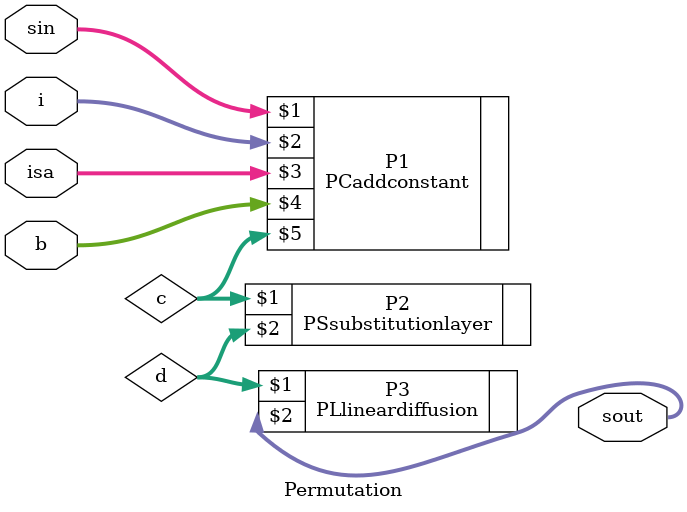
<source format=v>
`timescale 1ns / 1ps


module Permutation(sin,i,isa,b,sout

    );
    input [319:0]sin;input[3:0]i;input [3:0]isa;input [3:0]b;
    output [319:0] sout;
    wire [319:0]c,d;
    PCaddconstant P1(sin,i,isa,b,c); 
    PSsubstitutionlayer P2(c,d); 
    PLlineardiffusion P3(d,sout); 
endmodule

</source>
